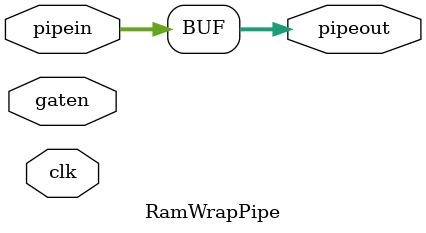
<source format=v>

`timescale 1ns/1ns
module RamWrapPipe
#(
   parameter WIDTH=0,
   parameter PIPELINE=0,
   parameter CORE_PIPE=0,
   parameter MAX_PIPE=4
)
(
   input                   clk,
   input  wire             gaten,  // low-true, one clock preceeding pipein (eg SELN)
   input  wire [WIDTH-1:0] pipein,
   output wire [WIDTH-1:0] pipeout
);

   localparam              WRAP_PIPE = PIPELINE - CORE_PIPE - 1;
   localparam              WRAP_GTN = PIPELINE - 1;   // The gaten pipe includes any core pipe

   generate

      if (PIPELINE > MAX_PIPE) begin : e0
`ifdef SYNTHESIS
`else
         initial begin
            $display("***ERROR: %m requested PIPELINE(%0d) exceeds MAX(%0d)",PIPELINE,MAX_PIPE);
            $finish;
         end
`endif
      end
      else if (PIPELINE < CORE_PIPE) begin : e1
`ifdef SYNTHESIS
         always $display("Error: Requested PIPELINE(%d) smaller than CORE(%d)",PIPELINE,CORE_PIPE);
`else
         initial begin
            $display("***ERROR: %m requested PIPELINE(%0d) smaller than CORE(%0d)",PIPELINE,CORE_PIPE);
            $finish;
         end
`endif
      end
      else if (PIPELINE > CORE_PIPE) begin : p0
         reg [WRAP_GTN:0]                gtn;
         reg [(WRAP_PIPE+1)*WIDTH-1:0]   pipe;

         assign pipeout = pipe[WIDTH-1:0];

         // DO NOT rely on for-loops to condition when WRAP_GTN or WRAP_PIPE are equal to zero
         // The case with a for-loop used to condition when WRAP_PIPE equals to zero
         //    does NOT work in DC synthesis. Although the for-loop is logically never entered,
         //    extra gates are being generated in synthesis due to tool error.

         // pipe the gaten (including any CORE_PIPE)
         if (WRAP_GTN > 0) begin
            always @(posedge clk)
               gtn <= {gaten, gtn[WRAP_GTN:1]};
         end
         else begin
            always @(posedge clk)
               gtn <= gaten;
         end

         // pipe the pipein gated by matching gaten pipe
         if (WRAP_PIPE > 0) begin
            always @(posedge clk) 
               if (~&gtn[WRAP_PIPE:0])
                  pipe <= {pipein, pipe[(WRAP_PIPE+1)*WIDTH-1:WIDTH]};
         end
         else begin
            always @(posedge clk)
               if (~gtn[0])
                  pipe <= pipein;
         end

      end
      else begin : p1
         assign pipeout = pipein;
      end

   endgenerate

endmodule

</source>
